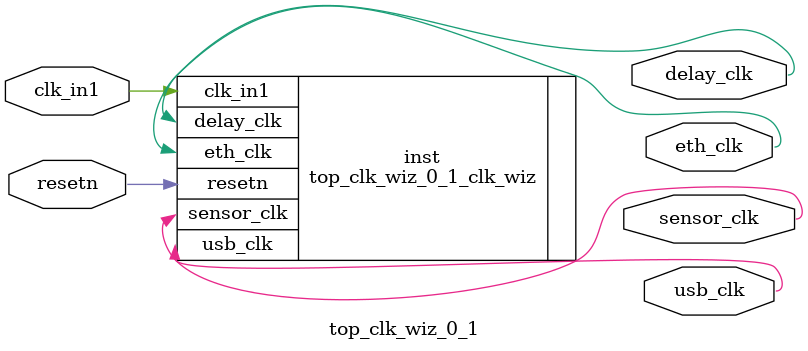
<source format=v>


`timescale 1ps/1ps

(* CORE_GENERATION_INFO = "top_clk_wiz_0_1,clk_wiz_v6_0_14_0_0,{component_name=top_clk_wiz_0_1,use_phase_alignment=true,use_min_o_jitter=false,use_max_i_jitter=false,use_dyn_phase_shift=false,use_inclk_switchover=false,use_dyn_reconfig=false,enable_axi=0,feedback_source=FDBK_AUTO,PRIMITIVE=MMCM,num_out_clk=4,clkin1_period=10.000,clkin2_period=10.000,use_power_down=false,use_reset=true,use_locked=false,use_inclk_stopped=false,feedback_type=SINGLE,CLOCK_MGR_TYPE=NA,manual_override=false}" *)

module top_clk_wiz_0_1 
 (
  // Clock out ports
  output        delay_clk,
  output        sensor_clk,
  output        usb_clk,
  output        eth_clk,
  // Status and control signals
  input         resetn,
 // Clock in ports
  input         clk_in1
 );

  top_clk_wiz_0_1_clk_wiz inst
  (
  // Clock out ports  
  .delay_clk(delay_clk),
  .sensor_clk(sensor_clk),
  .usb_clk(usb_clk),
  .eth_clk(eth_clk),
  // Status and control signals               
  .resetn(resetn), 
 // Clock in ports
  .clk_in1(clk_in1)
  );

endmodule

</source>
